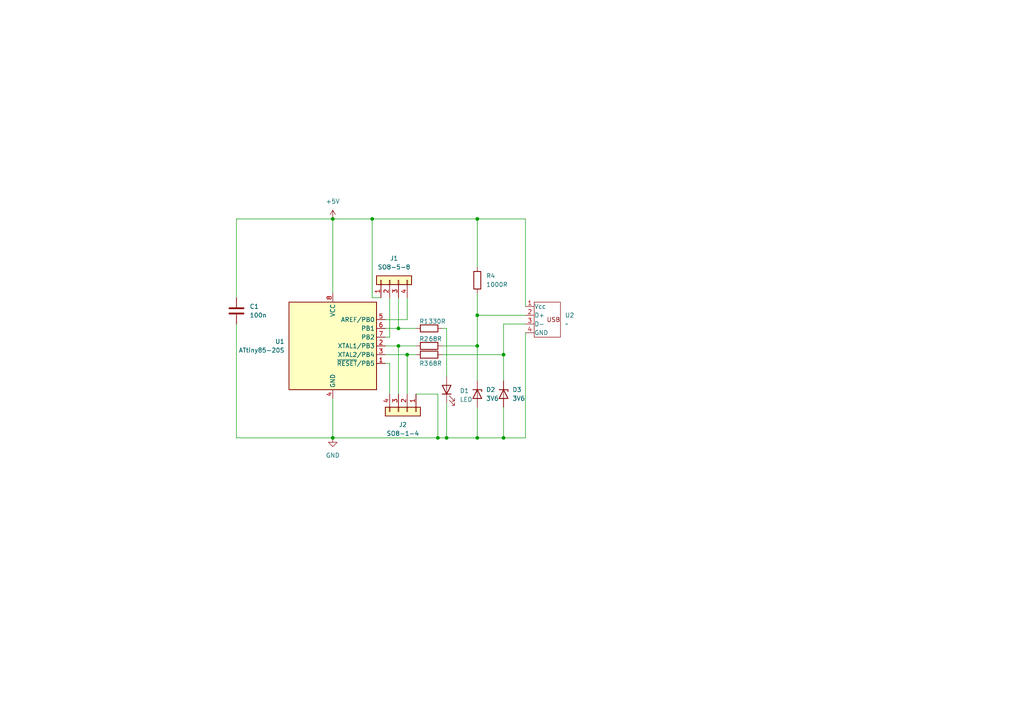
<source format=kicad_sch>
(kicad_sch
	(version 20250114)
	(generator "eeschema")
	(generator_version "9.0")
	(uuid "2e3ad931-8414-4086-b44a-ce123ccc5da8")
	(paper "A4")
	(lib_symbols
		(symbol "Connector_Generic:Conn_01x04"
			(pin_names
				(offset 1.016)
				(hide yes)
			)
			(exclude_from_sim no)
			(in_bom yes)
			(on_board yes)
			(property "Reference" "J"
				(at 0 5.08 0)
				(effects
					(font
						(size 1.27 1.27)
					)
				)
			)
			(property "Value" "Conn_01x04"
				(at 0 -7.62 0)
				(effects
					(font
						(size 1.27 1.27)
					)
				)
			)
			(property "Footprint" ""
				(at 0 0 0)
				(effects
					(font
						(size 1.27 1.27)
					)
					(hide yes)
				)
			)
			(property "Datasheet" "~"
				(at 0 0 0)
				(effects
					(font
						(size 1.27 1.27)
					)
					(hide yes)
				)
			)
			(property "Description" "Generic connector, single row, 01x04, script generated (kicad-library-utils/schlib/autogen/connector/)"
				(at 0 0 0)
				(effects
					(font
						(size 1.27 1.27)
					)
					(hide yes)
				)
			)
			(property "ki_keywords" "connector"
				(at 0 0 0)
				(effects
					(font
						(size 1.27 1.27)
					)
					(hide yes)
				)
			)
			(property "ki_fp_filters" "Connector*:*_1x??_*"
				(at 0 0 0)
				(effects
					(font
						(size 1.27 1.27)
					)
					(hide yes)
				)
			)
			(symbol "Conn_01x04_1_1"
				(rectangle
					(start -1.27 3.81)
					(end 1.27 -6.35)
					(stroke
						(width 0.254)
						(type default)
					)
					(fill
						(type background)
					)
				)
				(rectangle
					(start -1.27 2.667)
					(end 0 2.413)
					(stroke
						(width 0.1524)
						(type default)
					)
					(fill
						(type none)
					)
				)
				(rectangle
					(start -1.27 0.127)
					(end 0 -0.127)
					(stroke
						(width 0.1524)
						(type default)
					)
					(fill
						(type none)
					)
				)
				(rectangle
					(start -1.27 -2.413)
					(end 0 -2.667)
					(stroke
						(width 0.1524)
						(type default)
					)
					(fill
						(type none)
					)
				)
				(rectangle
					(start -1.27 -4.953)
					(end 0 -5.207)
					(stroke
						(width 0.1524)
						(type default)
					)
					(fill
						(type none)
					)
				)
				(pin passive line
					(at -5.08 2.54 0)
					(length 3.81)
					(name "Pin_1"
						(effects
							(font
								(size 1.27 1.27)
							)
						)
					)
					(number "1"
						(effects
							(font
								(size 1.27 1.27)
							)
						)
					)
				)
				(pin passive line
					(at -5.08 0 0)
					(length 3.81)
					(name "Pin_2"
						(effects
							(font
								(size 1.27 1.27)
							)
						)
					)
					(number "2"
						(effects
							(font
								(size 1.27 1.27)
							)
						)
					)
				)
				(pin passive line
					(at -5.08 -2.54 0)
					(length 3.81)
					(name "Pin_3"
						(effects
							(font
								(size 1.27 1.27)
							)
						)
					)
					(number "3"
						(effects
							(font
								(size 1.27 1.27)
							)
						)
					)
				)
				(pin passive line
					(at -5.08 -5.08 0)
					(length 3.81)
					(name "Pin_4"
						(effects
							(font
								(size 1.27 1.27)
							)
						)
					)
					(number "4"
						(effects
							(font
								(size 1.27 1.27)
							)
						)
					)
				)
			)
			(embedded_fonts no)
		)
		(symbol "Device:C"
			(pin_numbers
				(hide yes)
			)
			(pin_names
				(offset 0.254)
			)
			(exclude_from_sim no)
			(in_bom yes)
			(on_board yes)
			(property "Reference" "C"
				(at 0.635 2.54 0)
				(effects
					(font
						(size 1.27 1.27)
					)
					(justify left)
				)
			)
			(property "Value" "C"
				(at 0.635 -2.54 0)
				(effects
					(font
						(size 1.27 1.27)
					)
					(justify left)
				)
			)
			(property "Footprint" ""
				(at 0.9652 -3.81 0)
				(effects
					(font
						(size 1.27 1.27)
					)
					(hide yes)
				)
			)
			(property "Datasheet" "~"
				(at 0 0 0)
				(effects
					(font
						(size 1.27 1.27)
					)
					(hide yes)
				)
			)
			(property "Description" "Unpolarized capacitor"
				(at 0 0 0)
				(effects
					(font
						(size 1.27 1.27)
					)
					(hide yes)
				)
			)
			(property "ki_keywords" "cap capacitor"
				(at 0 0 0)
				(effects
					(font
						(size 1.27 1.27)
					)
					(hide yes)
				)
			)
			(property "ki_fp_filters" "C_*"
				(at 0 0 0)
				(effects
					(font
						(size 1.27 1.27)
					)
					(hide yes)
				)
			)
			(symbol "C_0_1"
				(polyline
					(pts
						(xy -2.032 0.762) (xy 2.032 0.762)
					)
					(stroke
						(width 0.508)
						(type default)
					)
					(fill
						(type none)
					)
				)
				(polyline
					(pts
						(xy -2.032 -0.762) (xy 2.032 -0.762)
					)
					(stroke
						(width 0.508)
						(type default)
					)
					(fill
						(type none)
					)
				)
			)
			(symbol "C_1_1"
				(pin passive line
					(at 0 3.81 270)
					(length 2.794)
					(name "~"
						(effects
							(font
								(size 1.27 1.27)
							)
						)
					)
					(number "1"
						(effects
							(font
								(size 1.27 1.27)
							)
						)
					)
				)
				(pin passive line
					(at 0 -3.81 90)
					(length 2.794)
					(name "~"
						(effects
							(font
								(size 1.27 1.27)
							)
						)
					)
					(number "2"
						(effects
							(font
								(size 1.27 1.27)
							)
						)
					)
				)
			)
			(embedded_fonts no)
		)
		(symbol "Device:D_Zener"
			(pin_numbers
				(hide yes)
			)
			(pin_names
				(offset 1.016)
				(hide yes)
			)
			(exclude_from_sim no)
			(in_bom yes)
			(on_board yes)
			(property "Reference" "D"
				(at 0 2.54 0)
				(effects
					(font
						(size 1.27 1.27)
					)
				)
			)
			(property "Value" "D_Zener"
				(at 0 -2.54 0)
				(effects
					(font
						(size 1.27 1.27)
					)
				)
			)
			(property "Footprint" ""
				(at 0 0 0)
				(effects
					(font
						(size 1.27 1.27)
					)
					(hide yes)
				)
			)
			(property "Datasheet" "~"
				(at 0 0 0)
				(effects
					(font
						(size 1.27 1.27)
					)
					(hide yes)
				)
			)
			(property "Description" "Zener diode"
				(at 0 0 0)
				(effects
					(font
						(size 1.27 1.27)
					)
					(hide yes)
				)
			)
			(property "ki_keywords" "diode"
				(at 0 0 0)
				(effects
					(font
						(size 1.27 1.27)
					)
					(hide yes)
				)
			)
			(property "ki_fp_filters" "TO-???* *_Diode_* *SingleDiode* D_*"
				(at 0 0 0)
				(effects
					(font
						(size 1.27 1.27)
					)
					(hide yes)
				)
			)
			(symbol "D_Zener_0_1"
				(polyline
					(pts
						(xy -1.27 -1.27) (xy -1.27 1.27) (xy -0.762 1.27)
					)
					(stroke
						(width 0.254)
						(type default)
					)
					(fill
						(type none)
					)
				)
				(polyline
					(pts
						(xy 1.27 0) (xy -1.27 0)
					)
					(stroke
						(width 0)
						(type default)
					)
					(fill
						(type none)
					)
				)
				(polyline
					(pts
						(xy 1.27 -1.27) (xy 1.27 1.27) (xy -1.27 0) (xy 1.27 -1.27)
					)
					(stroke
						(width 0.254)
						(type default)
					)
					(fill
						(type none)
					)
				)
			)
			(symbol "D_Zener_1_1"
				(pin passive line
					(at -3.81 0 0)
					(length 2.54)
					(name "K"
						(effects
							(font
								(size 1.27 1.27)
							)
						)
					)
					(number "1"
						(effects
							(font
								(size 1.27 1.27)
							)
						)
					)
				)
				(pin passive line
					(at 3.81 0 180)
					(length 2.54)
					(name "A"
						(effects
							(font
								(size 1.27 1.27)
							)
						)
					)
					(number "2"
						(effects
							(font
								(size 1.27 1.27)
							)
						)
					)
				)
			)
			(embedded_fonts no)
		)
		(symbol "Device:LED"
			(pin_numbers
				(hide yes)
			)
			(pin_names
				(offset 1.016)
				(hide yes)
			)
			(exclude_from_sim no)
			(in_bom yes)
			(on_board yes)
			(property "Reference" "D"
				(at 0 2.54 0)
				(effects
					(font
						(size 1.27 1.27)
					)
				)
			)
			(property "Value" "LED"
				(at 0 -2.54 0)
				(effects
					(font
						(size 1.27 1.27)
					)
				)
			)
			(property "Footprint" ""
				(at 0 0 0)
				(effects
					(font
						(size 1.27 1.27)
					)
					(hide yes)
				)
			)
			(property "Datasheet" "~"
				(at 0 0 0)
				(effects
					(font
						(size 1.27 1.27)
					)
					(hide yes)
				)
			)
			(property "Description" "Light emitting diode"
				(at 0 0 0)
				(effects
					(font
						(size 1.27 1.27)
					)
					(hide yes)
				)
			)
			(property "Sim.Pins" "1=K 2=A"
				(at 0 0 0)
				(effects
					(font
						(size 1.27 1.27)
					)
					(hide yes)
				)
			)
			(property "ki_keywords" "LED diode"
				(at 0 0 0)
				(effects
					(font
						(size 1.27 1.27)
					)
					(hide yes)
				)
			)
			(property "ki_fp_filters" "LED* LED_SMD:* LED_THT:*"
				(at 0 0 0)
				(effects
					(font
						(size 1.27 1.27)
					)
					(hide yes)
				)
			)
			(symbol "LED_0_1"
				(polyline
					(pts
						(xy -3.048 -0.762) (xy -4.572 -2.286) (xy -3.81 -2.286) (xy -4.572 -2.286) (xy -4.572 -1.524)
					)
					(stroke
						(width 0)
						(type default)
					)
					(fill
						(type none)
					)
				)
				(polyline
					(pts
						(xy -1.778 -0.762) (xy -3.302 -2.286) (xy -2.54 -2.286) (xy -3.302 -2.286) (xy -3.302 -1.524)
					)
					(stroke
						(width 0)
						(type default)
					)
					(fill
						(type none)
					)
				)
				(polyline
					(pts
						(xy -1.27 0) (xy 1.27 0)
					)
					(stroke
						(width 0)
						(type default)
					)
					(fill
						(type none)
					)
				)
				(polyline
					(pts
						(xy -1.27 -1.27) (xy -1.27 1.27)
					)
					(stroke
						(width 0.254)
						(type default)
					)
					(fill
						(type none)
					)
				)
				(polyline
					(pts
						(xy 1.27 -1.27) (xy 1.27 1.27) (xy -1.27 0) (xy 1.27 -1.27)
					)
					(stroke
						(width 0.254)
						(type default)
					)
					(fill
						(type none)
					)
				)
			)
			(symbol "LED_1_1"
				(pin passive line
					(at -3.81 0 0)
					(length 2.54)
					(name "K"
						(effects
							(font
								(size 1.27 1.27)
							)
						)
					)
					(number "1"
						(effects
							(font
								(size 1.27 1.27)
							)
						)
					)
				)
				(pin passive line
					(at 3.81 0 180)
					(length 2.54)
					(name "A"
						(effects
							(font
								(size 1.27 1.27)
							)
						)
					)
					(number "2"
						(effects
							(font
								(size 1.27 1.27)
							)
						)
					)
				)
			)
			(embedded_fonts no)
		)
		(symbol "Device:R"
			(pin_numbers
				(hide yes)
			)
			(pin_names
				(offset 0)
			)
			(exclude_from_sim no)
			(in_bom yes)
			(on_board yes)
			(property "Reference" "R"
				(at 2.032 0 90)
				(effects
					(font
						(size 1.27 1.27)
					)
				)
			)
			(property "Value" "R"
				(at 0 0 90)
				(effects
					(font
						(size 1.27 1.27)
					)
				)
			)
			(property "Footprint" ""
				(at -1.778 0 90)
				(effects
					(font
						(size 1.27 1.27)
					)
					(hide yes)
				)
			)
			(property "Datasheet" "~"
				(at 0 0 0)
				(effects
					(font
						(size 1.27 1.27)
					)
					(hide yes)
				)
			)
			(property "Description" "Resistor"
				(at 0 0 0)
				(effects
					(font
						(size 1.27 1.27)
					)
					(hide yes)
				)
			)
			(property "ki_keywords" "R res resistor"
				(at 0 0 0)
				(effects
					(font
						(size 1.27 1.27)
					)
					(hide yes)
				)
			)
			(property "ki_fp_filters" "R_*"
				(at 0 0 0)
				(effects
					(font
						(size 1.27 1.27)
					)
					(hide yes)
				)
			)
			(symbol "R_0_1"
				(rectangle
					(start -1.016 -2.54)
					(end 1.016 2.54)
					(stroke
						(width 0.254)
						(type default)
					)
					(fill
						(type none)
					)
				)
			)
			(symbol "R_1_1"
				(pin passive line
					(at 0 3.81 270)
					(length 1.27)
					(name "~"
						(effects
							(font
								(size 1.27 1.27)
							)
						)
					)
					(number "1"
						(effects
							(font
								(size 1.27 1.27)
							)
						)
					)
				)
				(pin passive line
					(at 0 -3.81 90)
					(length 1.27)
					(name "~"
						(effects
							(font
								(size 1.27 1.27)
							)
						)
					)
					(number "2"
						(effects
							(font
								(size 1.27 1.27)
							)
						)
					)
				)
			)
			(embedded_fonts no)
		)
		(symbol "MCU_Microchip_ATtiny:ATtiny85-20S"
			(exclude_from_sim no)
			(in_bom yes)
			(on_board yes)
			(property "Reference" "U"
				(at -12.7 13.97 0)
				(effects
					(font
						(size 1.27 1.27)
					)
					(justify left bottom)
				)
			)
			(property "Value" "ATtiny85-20S"
				(at 2.54 -13.97 0)
				(effects
					(font
						(size 1.27 1.27)
					)
					(justify left top)
				)
			)
			(property "Footprint" "Package_SO:SOIC-8_5.3x5.3mm_P1.27mm"
				(at 0 0 0)
				(effects
					(font
						(size 1.27 1.27)
						(italic yes)
					)
					(hide yes)
				)
			)
			(property "Datasheet" "http://ww1.microchip.com/downloads/en/DeviceDoc/atmel-2586-avr-8-bit-microcontroller-attiny25-attiny45-attiny85_datasheet.pdf"
				(at 0 0 0)
				(effects
					(font
						(size 1.27 1.27)
					)
					(hide yes)
				)
			)
			(property "Description" "20MHz, 8kB Flash, 512B SRAM, 512B EEPROM, debugWIRE, SOIC-8"
				(at 0 0 0)
				(effects
					(font
						(size 1.27 1.27)
					)
					(hide yes)
				)
			)
			(property "ki_keywords" "AVR 8bit Microcontroller tinyAVR"
				(at 0 0 0)
				(effects
					(font
						(size 1.27 1.27)
					)
					(hide yes)
				)
			)
			(property "ki_fp_filters" "*SOIC*5.3x5.3mm*P1.27mm*"
				(at 0 0 0)
				(effects
					(font
						(size 1.27 1.27)
					)
					(hide yes)
				)
			)
			(symbol "ATtiny85-20S_0_1"
				(rectangle
					(start -12.7 -12.7)
					(end 12.7 12.7)
					(stroke
						(width 0.254)
						(type default)
					)
					(fill
						(type background)
					)
				)
			)
			(symbol "ATtiny85-20S_1_1"
				(pin power_in line
					(at 0 15.24 270)
					(length 2.54)
					(name "VCC"
						(effects
							(font
								(size 1.27 1.27)
							)
						)
					)
					(number "8"
						(effects
							(font
								(size 1.27 1.27)
							)
						)
					)
				)
				(pin power_in line
					(at 0 -15.24 90)
					(length 2.54)
					(name "GND"
						(effects
							(font
								(size 1.27 1.27)
							)
						)
					)
					(number "4"
						(effects
							(font
								(size 1.27 1.27)
							)
						)
					)
				)
				(pin bidirectional line
					(at 15.24 7.62 180)
					(length 2.54)
					(name "AREF/PB0"
						(effects
							(font
								(size 1.27 1.27)
							)
						)
					)
					(number "5"
						(effects
							(font
								(size 1.27 1.27)
							)
						)
					)
				)
				(pin bidirectional line
					(at 15.24 5.08 180)
					(length 2.54)
					(name "PB1"
						(effects
							(font
								(size 1.27 1.27)
							)
						)
					)
					(number "6"
						(effects
							(font
								(size 1.27 1.27)
							)
						)
					)
				)
				(pin bidirectional line
					(at 15.24 2.54 180)
					(length 2.54)
					(name "PB2"
						(effects
							(font
								(size 1.27 1.27)
							)
						)
					)
					(number "7"
						(effects
							(font
								(size 1.27 1.27)
							)
						)
					)
				)
				(pin bidirectional line
					(at 15.24 0 180)
					(length 2.54)
					(name "XTAL1/PB3"
						(effects
							(font
								(size 1.27 1.27)
							)
						)
					)
					(number "2"
						(effects
							(font
								(size 1.27 1.27)
							)
						)
					)
				)
				(pin bidirectional line
					(at 15.24 -2.54 180)
					(length 2.54)
					(name "XTAL2/PB4"
						(effects
							(font
								(size 1.27 1.27)
							)
						)
					)
					(number "3"
						(effects
							(font
								(size 1.27 1.27)
							)
						)
					)
				)
				(pin bidirectional line
					(at 15.24 -5.08 180)
					(length 2.54)
					(name "~{RESET}/PB5"
						(effects
							(font
								(size 1.27 1.27)
							)
						)
					)
					(number "1"
						(effects
							(font
								(size 1.27 1.27)
							)
						)
					)
				)
			)
			(embedded_fonts no)
		)
		(symbol "USB_CONNECTOR:USB"
			(pin_names
				(offset 0.0129)
			)
			(exclude_from_sim no)
			(in_bom yes)
			(on_board yes)
			(property "Reference" "U"
				(at 0 0 0)
				(effects
					(font
						(size 1.27 1.27)
					)
				)
			)
			(property "Value" ""
				(at 0 0 0)
				(effects
					(font
						(size 1.27 1.27)
					)
				)
			)
			(property "Footprint" ""
				(at 0 0 0)
				(effects
					(font
						(size 1.27 1.27)
					)
					(hide yes)
				)
			)
			(property "Datasheet" ""
				(at 0 0 0)
				(effects
					(font
						(size 1.27 1.27)
					)
					(hide yes)
				)
			)
			(property "Description" ""
				(at 0 0 0)
				(effects
					(font
						(size 1.27 1.27)
					)
					(hide yes)
				)
			)
			(symbol "USB_0_1"
				(rectangle
					(start 2.54 5.08)
					(end 10.16 -5.08)
					(stroke
						(width 0)
						(type default)
					)
					(fill
						(type none)
					)
				)
			)
			(symbol "USB_1_1"
				(text "USB"
					(at 8.128 0 0)
					(effects
						(font
							(size 1.27 1.27)
						)
					)
				)
				(pin power_in line
					(at 0 3.81 0)
					(length 2.54)
					(name "Vcc"
						(effects
							(font
								(size 1.27 1.27)
							)
						)
					)
					(number "1"
						(effects
							(font
								(size 1.27 1.27)
							)
						)
					)
				)
				(pin bidirectional line
					(at 0 1.27 0)
					(length 2.54)
					(name "D+"
						(effects
							(font
								(size 1.27 1.27)
							)
						)
					)
					(number "2"
						(effects
							(font
								(size 1.27 1.27)
							)
						)
					)
				)
				(pin bidirectional line
					(at 0 -1.27 0)
					(length 2.54)
					(name "D-"
						(effects
							(font
								(size 1.27 1.27)
							)
						)
					)
					(number "3"
						(effects
							(font
								(size 1.27 1.27)
							)
						)
					)
				)
				(pin power_in line
					(at 0 -3.81 0)
					(length 2.54)
					(name "GND"
						(effects
							(font
								(size 1.27 1.27)
							)
						)
					)
					(number "4"
						(effects
							(font
								(size 1.27 1.27)
							)
						)
					)
				)
			)
			(embedded_fonts no)
		)
		(symbol "power:+5V"
			(power)
			(pin_numbers
				(hide yes)
			)
			(pin_names
				(offset 0)
				(hide yes)
			)
			(exclude_from_sim no)
			(in_bom yes)
			(on_board yes)
			(property "Reference" "#PWR"
				(at 0 -3.81 0)
				(effects
					(font
						(size 1.27 1.27)
					)
					(hide yes)
				)
			)
			(property "Value" "+5V"
				(at 0 3.556 0)
				(effects
					(font
						(size 1.27 1.27)
					)
				)
			)
			(property "Footprint" ""
				(at 0 0 0)
				(effects
					(font
						(size 1.27 1.27)
					)
					(hide yes)
				)
			)
			(property "Datasheet" ""
				(at 0 0 0)
				(effects
					(font
						(size 1.27 1.27)
					)
					(hide yes)
				)
			)
			(property "Description" "Power symbol creates a global label with name \"+5V\""
				(at 0 0 0)
				(effects
					(font
						(size 1.27 1.27)
					)
					(hide yes)
				)
			)
			(property "ki_keywords" "global power"
				(at 0 0 0)
				(effects
					(font
						(size 1.27 1.27)
					)
					(hide yes)
				)
			)
			(symbol "+5V_0_1"
				(polyline
					(pts
						(xy -0.762 1.27) (xy 0 2.54)
					)
					(stroke
						(width 0)
						(type default)
					)
					(fill
						(type none)
					)
				)
				(polyline
					(pts
						(xy 0 2.54) (xy 0.762 1.27)
					)
					(stroke
						(width 0)
						(type default)
					)
					(fill
						(type none)
					)
				)
				(polyline
					(pts
						(xy 0 0) (xy 0 2.54)
					)
					(stroke
						(width 0)
						(type default)
					)
					(fill
						(type none)
					)
				)
			)
			(symbol "+5V_1_1"
				(pin power_in line
					(at 0 0 90)
					(length 0)
					(name "~"
						(effects
							(font
								(size 1.27 1.27)
							)
						)
					)
					(number "1"
						(effects
							(font
								(size 1.27 1.27)
							)
						)
					)
				)
			)
			(embedded_fonts no)
		)
		(symbol "power:GND"
			(power)
			(pin_numbers
				(hide yes)
			)
			(pin_names
				(offset 0)
				(hide yes)
			)
			(exclude_from_sim no)
			(in_bom yes)
			(on_board yes)
			(property "Reference" "#PWR"
				(at 0 -6.35 0)
				(effects
					(font
						(size 1.27 1.27)
					)
					(hide yes)
				)
			)
			(property "Value" "GND"
				(at 0 -3.81 0)
				(effects
					(font
						(size 1.27 1.27)
					)
				)
			)
			(property "Footprint" ""
				(at 0 0 0)
				(effects
					(font
						(size 1.27 1.27)
					)
					(hide yes)
				)
			)
			(property "Datasheet" ""
				(at 0 0 0)
				(effects
					(font
						(size 1.27 1.27)
					)
					(hide yes)
				)
			)
			(property "Description" "Power symbol creates a global label with name \"GND\" , ground"
				(at 0 0 0)
				(effects
					(font
						(size 1.27 1.27)
					)
					(hide yes)
				)
			)
			(property "ki_keywords" "global power"
				(at 0 0 0)
				(effects
					(font
						(size 1.27 1.27)
					)
					(hide yes)
				)
			)
			(symbol "GND_0_1"
				(polyline
					(pts
						(xy 0 0) (xy 0 -1.27) (xy 1.27 -1.27) (xy 0 -2.54) (xy -1.27 -1.27) (xy 0 -1.27)
					)
					(stroke
						(width 0)
						(type default)
					)
					(fill
						(type none)
					)
				)
			)
			(symbol "GND_1_1"
				(pin power_in line
					(at 0 0 270)
					(length 0)
					(name "~"
						(effects
							(font
								(size 1.27 1.27)
							)
						)
					)
					(number "1"
						(effects
							(font
								(size 1.27 1.27)
							)
						)
					)
				)
			)
			(embedded_fonts no)
		)
	)
	(junction
		(at 107.95 63.5)
		(diameter 0)
		(color 0 0 0 0)
		(uuid "17bb7959-a933-4dee-9ff4-0d265fba1c4d")
	)
	(junction
		(at 146.05 102.87)
		(diameter 0)
		(color 0 0 0 0)
		(uuid "1ae66e75-6a66-4125-a758-daac20b85dc6")
	)
	(junction
		(at 127 127)
		(diameter 0)
		(color 0 0 0 0)
		(uuid "1e9fae01-cf20-4a49-b6eb-4b37f1e2c39d")
	)
	(junction
		(at 96.52 127)
		(diameter 0)
		(color 0 0 0 0)
		(uuid "2cbc3b00-5c07-4dfd-bbb9-17972e322b17")
	)
	(junction
		(at 146.05 127)
		(diameter 0)
		(color 0 0 0 0)
		(uuid "51594e6f-bb40-433e-8bb6-cc029195b1ed")
	)
	(junction
		(at 138.43 127)
		(diameter 0)
		(color 0 0 0 0)
		(uuid "67a4fa97-f68a-46cb-a9bc-1225348f9096")
	)
	(junction
		(at 115.57 100.33)
		(diameter 0)
		(color 0 0 0 0)
		(uuid "752a074a-39e7-48fd-81c4-ffa00ee85a74")
	)
	(junction
		(at 115.57 95.25)
		(diameter 0)
		(color 0 0 0 0)
		(uuid "8cd91443-53fc-4d97-aacd-7ee09684eca0")
	)
	(junction
		(at 96.52 63.5)
		(diameter 0)
		(color 0 0 0 0)
		(uuid "9bf77144-fadd-4684-a531-06fdf49f9d2f")
	)
	(junction
		(at 129.54 127)
		(diameter 0)
		(color 0 0 0 0)
		(uuid "a1a86f62-336a-457f-94d6-028c2ee95247")
	)
	(junction
		(at 138.43 91.44)
		(diameter 0)
		(color 0 0 0 0)
		(uuid "b78283ba-655a-417b-8042-9ffecfd63242")
	)
	(junction
		(at 138.43 63.5)
		(diameter 0)
		(color 0 0 0 0)
		(uuid "c737a174-a813-4576-b4ae-001e50976ab9")
	)
	(junction
		(at 118.11 102.87)
		(diameter 0)
		(color 0 0 0 0)
		(uuid "f1fc606d-86dd-4032-afa3-42b6bd3669c5")
	)
	(junction
		(at 138.43 100.33)
		(diameter 0)
		(color 0 0 0 0)
		(uuid "f3b30345-82c1-44fd-b235-f1d107dbcdc8")
	)
	(wire
		(pts
			(xy 120.65 114.3) (xy 127 114.3)
		)
		(stroke
			(width 0)
			(type default)
		)
		(uuid "011351be-893f-451e-8e43-1d9647f8e396")
	)
	(wire
		(pts
			(xy 128.27 100.33) (xy 138.43 100.33)
		)
		(stroke
			(width 0)
			(type default)
		)
		(uuid "06035d50-9518-4b41-b814-cae4195fc76c")
	)
	(wire
		(pts
			(xy 152.4 63.5) (xy 138.43 63.5)
		)
		(stroke
			(width 0)
			(type default)
		)
		(uuid "075e8134-59b8-44e2-a8e7-77d36517e380")
	)
	(wire
		(pts
			(xy 152.4 88.9) (xy 152.4 63.5)
		)
		(stroke
			(width 0)
			(type default)
		)
		(uuid "0fa9fc64-4889-4279-9119-329f00a4ebe1")
	)
	(wire
		(pts
			(xy 113.03 105.41) (xy 111.76 105.41)
		)
		(stroke
			(width 0)
			(type default)
		)
		(uuid "10067574-a7a3-4c57-ac67-b84fd0c4e713")
	)
	(wire
		(pts
			(xy 152.4 96.52) (xy 152.4 127)
		)
		(stroke
			(width 0)
			(type default)
		)
		(uuid "24ccae66-e353-4fa3-94f0-11ed4e337df9")
	)
	(wire
		(pts
			(xy 127 127) (xy 129.54 127)
		)
		(stroke
			(width 0)
			(type default)
		)
		(uuid "36e0ca3b-0a3c-48c9-96ef-1bfbd272d1b2")
	)
	(wire
		(pts
			(xy 146.05 110.49) (xy 146.05 102.87)
		)
		(stroke
			(width 0)
			(type default)
		)
		(uuid "3753abcf-b6bf-4322-bd59-bdc6096d85de")
	)
	(wire
		(pts
			(xy 68.58 86.36) (xy 68.58 63.5)
		)
		(stroke
			(width 0)
			(type default)
		)
		(uuid "4affc810-ac96-47f3-9269-44a9c9a062f0")
	)
	(wire
		(pts
			(xy 68.58 63.5) (xy 96.52 63.5)
		)
		(stroke
			(width 0)
			(type default)
		)
		(uuid "507c78d0-3829-4212-89e9-fd65df1d6c9d")
	)
	(wire
		(pts
			(xy 113.03 86.36) (xy 113.03 97.79)
		)
		(stroke
			(width 0)
			(type default)
		)
		(uuid "51bec101-559f-4417-bfb1-42f3e6caad80")
	)
	(wire
		(pts
			(xy 146.05 118.11) (xy 146.05 127)
		)
		(stroke
			(width 0)
			(type default)
		)
		(uuid "5dad03ef-0acc-47e4-a2ad-b228e3f47ce8")
	)
	(wire
		(pts
			(xy 115.57 95.25) (xy 111.76 95.25)
		)
		(stroke
			(width 0)
			(type default)
		)
		(uuid "64348843-515b-426a-a3ad-ec419366f74a")
	)
	(wire
		(pts
			(xy 118.11 86.36) (xy 118.11 92.71)
		)
		(stroke
			(width 0)
			(type default)
		)
		(uuid "696c2080-a903-4d24-bb15-5b2b628ebd92")
	)
	(wire
		(pts
			(xy 118.11 102.87) (xy 120.65 102.87)
		)
		(stroke
			(width 0)
			(type default)
		)
		(uuid "717112bc-2f69-4b18-b623-c23f3b3ba69c")
	)
	(wire
		(pts
			(xy 115.57 86.36) (xy 115.57 95.25)
		)
		(stroke
			(width 0)
			(type default)
		)
		(uuid "75bb81b3-e381-4588-9fc0-035e805d473d")
	)
	(wire
		(pts
			(xy 118.11 102.87) (xy 111.76 102.87)
		)
		(stroke
			(width 0)
			(type default)
		)
		(uuid "7f7b2160-f634-4905-a5c0-3ff37b8b352c")
	)
	(wire
		(pts
			(xy 152.4 127) (xy 146.05 127)
		)
		(stroke
			(width 0)
			(type default)
		)
		(uuid "88cb3063-ec07-4dd7-b588-98637f6e0b89")
	)
	(wire
		(pts
			(xy 96.52 115.57) (xy 96.52 127)
		)
		(stroke
			(width 0)
			(type default)
		)
		(uuid "8932ee7c-f78b-4188-8c2b-9aa3af24c6b5")
	)
	(wire
		(pts
			(xy 115.57 114.3) (xy 115.57 100.33)
		)
		(stroke
			(width 0)
			(type default)
		)
		(uuid "89ddff73-590f-47dc-9a77-dfaf4cb22d6c")
	)
	(wire
		(pts
			(xy 107.95 63.5) (xy 138.43 63.5)
		)
		(stroke
			(width 0)
			(type default)
		)
		(uuid "8d6267f6-5950-4013-a8b6-1e91d83bac54")
	)
	(wire
		(pts
			(xy 68.58 93.98) (xy 68.58 127)
		)
		(stroke
			(width 0)
			(type default)
		)
		(uuid "8fdf6c53-88b7-41e4-8436-e4ba6fdbde34")
	)
	(wire
		(pts
			(xy 138.43 63.5) (xy 138.43 77.47)
		)
		(stroke
			(width 0)
			(type default)
		)
		(uuid "97f0dcd3-2fa7-40a1-839b-a5a78b70a0b2")
	)
	(wire
		(pts
			(xy 68.58 127) (xy 96.52 127)
		)
		(stroke
			(width 0)
			(type default)
		)
		(uuid "9b4f9264-f6b5-462a-b67f-5be40224539e")
	)
	(wire
		(pts
			(xy 118.11 92.71) (xy 111.76 92.71)
		)
		(stroke
			(width 0)
			(type default)
		)
		(uuid "a13c4744-a782-44eb-8c22-120358877587")
	)
	(wire
		(pts
			(xy 129.54 127) (xy 138.43 127)
		)
		(stroke
			(width 0)
			(type default)
		)
		(uuid "a3b1b455-c7c5-406c-99b8-59928c922b6c")
	)
	(wire
		(pts
			(xy 138.43 85.09) (xy 138.43 91.44)
		)
		(stroke
			(width 0)
			(type default)
		)
		(uuid "a71957cd-f20d-4d71-a2f9-9907e53cf39e")
	)
	(wire
		(pts
			(xy 138.43 118.11) (xy 138.43 127)
		)
		(stroke
			(width 0)
			(type default)
		)
		(uuid "a8bbcde8-3a64-48da-8edd-613ec77fefc9")
	)
	(wire
		(pts
			(xy 152.4 93.98) (xy 146.05 93.98)
		)
		(stroke
			(width 0)
			(type default)
		)
		(uuid "afca8faf-4c71-4e07-9544-3e5882e76bb6")
	)
	(wire
		(pts
			(xy 115.57 100.33) (xy 111.76 100.33)
		)
		(stroke
			(width 0)
			(type default)
		)
		(uuid "b17fb3a4-7167-4850-aebf-3b757671d562")
	)
	(wire
		(pts
			(xy 113.03 97.79) (xy 111.76 97.79)
		)
		(stroke
			(width 0)
			(type default)
		)
		(uuid "b71f0a46-abe6-4594-abeb-23715b94d92b")
	)
	(wire
		(pts
			(xy 96.52 63.5) (xy 107.95 63.5)
		)
		(stroke
			(width 0)
			(type default)
		)
		(uuid "ba53f232-1dcd-4359-a3c5-90f30f89719e")
	)
	(wire
		(pts
			(xy 129.54 116.84) (xy 129.54 127)
		)
		(stroke
			(width 0)
			(type default)
		)
		(uuid "bb0edf56-dc02-4259-be1b-ecc5803b080f")
	)
	(wire
		(pts
			(xy 129.54 95.25) (xy 129.54 109.22)
		)
		(stroke
			(width 0)
			(type default)
		)
		(uuid "c462ba8c-76ef-4efd-a5a3-0f6eb3737cb9")
	)
	(wire
		(pts
			(xy 110.49 86.36) (xy 107.95 86.36)
		)
		(stroke
			(width 0)
			(type default)
		)
		(uuid "c6929811-3009-4324-8376-b8edce63ecb7")
	)
	(wire
		(pts
			(xy 96.52 85.09) (xy 96.52 63.5)
		)
		(stroke
			(width 0)
			(type default)
		)
		(uuid "ca743a8e-4ff7-44b3-88fa-664bbd4166e8")
	)
	(wire
		(pts
			(xy 146.05 127) (xy 138.43 127)
		)
		(stroke
			(width 0)
			(type default)
		)
		(uuid "cc857e2f-3edf-4974-bd41-45cafb9b3005")
	)
	(wire
		(pts
			(xy 115.57 100.33) (xy 120.65 100.33)
		)
		(stroke
			(width 0)
			(type default)
		)
		(uuid "d4933469-d23c-4da4-bc10-2d5df6b181cb")
	)
	(wire
		(pts
			(xy 113.03 114.3) (xy 113.03 105.41)
		)
		(stroke
			(width 0)
			(type default)
		)
		(uuid "e3c8b947-2530-4a5c-b79f-6c41e5642136")
	)
	(wire
		(pts
			(xy 127 114.3) (xy 127 127)
		)
		(stroke
			(width 0)
			(type default)
		)
		(uuid "e428a7ce-f225-43f6-964b-e0c1fbe64934")
	)
	(wire
		(pts
			(xy 128.27 95.25) (xy 129.54 95.25)
		)
		(stroke
			(width 0)
			(type default)
		)
		(uuid "e61eb5ec-9bda-409c-a0ff-af939d6d8bfe")
	)
	(wire
		(pts
			(xy 146.05 102.87) (xy 128.27 102.87)
		)
		(stroke
			(width 0)
			(type default)
		)
		(uuid "e7f22127-9e1b-453d-ae97-d4614333d8e2")
	)
	(wire
		(pts
			(xy 115.57 95.25) (xy 120.65 95.25)
		)
		(stroke
			(width 0)
			(type default)
		)
		(uuid "ef2df7db-00ce-49b4-b62e-1e66d0323c89")
	)
	(wire
		(pts
			(xy 96.52 127) (xy 127 127)
		)
		(stroke
			(width 0)
			(type default)
		)
		(uuid "ef5972a3-63c1-42e7-b58c-e274ae0d5544")
	)
	(wire
		(pts
			(xy 146.05 93.98) (xy 146.05 102.87)
		)
		(stroke
			(width 0)
			(type default)
		)
		(uuid "f3050c4c-5fb1-48e9-8440-28946a1a1822")
	)
	(wire
		(pts
			(xy 138.43 91.44) (xy 138.43 100.33)
		)
		(stroke
			(width 0)
			(type default)
		)
		(uuid "f4455d4d-b978-4c0f-ac70-c5521fdee53e")
	)
	(wire
		(pts
			(xy 107.95 86.36) (xy 107.95 63.5)
		)
		(stroke
			(width 0)
			(type default)
		)
		(uuid "f775355a-8d9c-434e-80fd-caea74426e58")
	)
	(wire
		(pts
			(xy 138.43 91.44) (xy 152.4 91.44)
		)
		(stroke
			(width 0)
			(type default)
		)
		(uuid "f943360c-0583-404e-ae19-ede8605894d2")
	)
	(wire
		(pts
			(xy 138.43 100.33) (xy 138.43 110.49)
		)
		(stroke
			(width 0)
			(type default)
		)
		(uuid "f9be6939-b7a8-4b3f-8bec-ec03a98eec90")
	)
	(wire
		(pts
			(xy 118.11 114.3) (xy 118.11 102.87)
		)
		(stroke
			(width 0)
			(type default)
		)
		(uuid "fdbb0a02-76ad-4078-9ec0-3534146f4e83")
	)
	(symbol
		(lib_id "Device:R")
		(at 124.46 100.33 90)
		(unit 1)
		(exclude_from_sim no)
		(in_bom yes)
		(on_board yes)
		(dnp no)
		(uuid "01508fe4-ef80-4ce3-9862-be98d1c5cb71")
		(property "Reference" "R2"
			(at 122.936 98.298 90)
			(effects
				(font
					(size 1.27 1.27)
				)
			)
		)
		(property "Value" "68R"
			(at 126.238 98.298 90)
			(effects
				(font
					(size 1.27 1.27)
				)
			)
		)
		(property "Footprint" "Resistor_SMD:R_0603_1608Metric"
			(at 124.46 102.108 90)
			(effects
				(font
					(size 1.27 1.27)
				)
				(hide yes)
			)
		)
		(property "Datasheet" "~"
			(at 124.46 100.33 0)
			(effects
				(font
					(size 1.27 1.27)
				)
				(hide yes)
			)
		)
		(property "Description" "Resistor"
			(at 124.46 100.33 0)
			(effects
				(font
					(size 1.27 1.27)
				)
				(hide yes)
			)
		)
		(pin "1"
			(uuid "049b8523-d5c4-4be7-b502-05022f359a85")
		)
		(pin "2"
			(uuid "586830e7-8047-4223-b04d-6c1eedf750c9")
		)
		(instances
			(project "USB"
				(path "/2e3ad931-8414-4086-b44a-ce123ccc5da8"
					(reference "R2")
					(unit 1)
				)
			)
		)
	)
	(symbol
		(lib_id "Device:D_Zener")
		(at 146.05 114.3 270)
		(unit 1)
		(exclude_from_sim no)
		(in_bom yes)
		(on_board yes)
		(dnp no)
		(fields_autoplaced yes)
		(uuid "146a8ab4-c916-4110-925a-ca16974239b2")
		(property "Reference" "D3"
			(at 148.59 113.0299 90)
			(effects
				(font
					(size 1.27 1.27)
				)
				(justify left)
			)
		)
		(property "Value" "3V6"
			(at 148.59 115.5699 90)
			(effects
				(font
					(size 1.27 1.27)
				)
				(justify left)
			)
		)
		(property "Footprint" "Diode_SMD:D_SOD-123"
			(at 146.05 114.3 0)
			(effects
				(font
					(size 1.27 1.27)
				)
				(hide yes)
			)
		)
		(property "Datasheet" "~"
			(at 146.05 114.3 0)
			(effects
				(font
					(size 1.27 1.27)
				)
				(hide yes)
			)
		)
		(property "Description" "Zener diode"
			(at 146.05 114.3 0)
			(effects
				(font
					(size 1.27 1.27)
				)
				(hide yes)
			)
		)
		(pin "1"
			(uuid "ac65144f-8676-46bd-a06b-4dd6bb1b7936")
		)
		(pin "2"
			(uuid "ce6eaf90-7fb7-497d-9d8e-e8ba70f0a543")
		)
		(instances
			(project ""
				(path "/2e3ad931-8414-4086-b44a-ce123ccc5da8"
					(reference "D3")
					(unit 1)
				)
			)
		)
	)
	(symbol
		(lib_id "Device:R")
		(at 124.46 95.25 90)
		(unit 1)
		(exclude_from_sim no)
		(in_bom yes)
		(on_board yes)
		(dnp no)
		(uuid "1cdc3b79-f54a-43d0-a4a4-5ae922f492d5")
		(property "Reference" "R1"
			(at 122.936 93.218 90)
			(effects
				(font
					(size 1.27 1.27)
				)
			)
		)
		(property "Value" "330R"
			(at 126.746 93.218 90)
			(effects
				(font
					(size 1.27 1.27)
				)
			)
		)
		(property "Footprint" "Resistor_SMD:R_0603_1608Metric"
			(at 124.46 97.028 90)
			(effects
				(font
					(size 1.27 1.27)
				)
				(hide yes)
			)
		)
		(property "Datasheet" "~"
			(at 124.46 95.25 0)
			(effects
				(font
					(size 1.27 1.27)
				)
				(hide yes)
			)
		)
		(property "Description" "Resistor"
			(at 124.46 95.25 0)
			(effects
				(font
					(size 1.27 1.27)
				)
				(hide yes)
			)
		)
		(pin "1"
			(uuid "0e647aaf-81dc-49d7-a243-77300f65dd2b")
		)
		(pin "2"
			(uuid "6e7b21fe-2fc8-4f89-bfb7-0935de5eaa8c")
		)
		(instances
			(project ""
				(path "/2e3ad931-8414-4086-b44a-ce123ccc5da8"
					(reference "R1")
					(unit 1)
				)
			)
		)
	)
	(symbol
		(lib_id "USB_CONNECTOR:USB")
		(at 152.4 92.71 0)
		(unit 1)
		(exclude_from_sim no)
		(in_bom yes)
		(on_board yes)
		(dnp no)
		(fields_autoplaced yes)
		(uuid "2d9bf5e6-2d89-4a2a-bd51-a61d2c658925")
		(property "Reference" "U2"
			(at 163.83 91.4399 0)
			(effects
				(font
					(size 1.27 1.27)
				)
				(justify left)
			)
		)
		(property "Value" "~"
			(at 163.83 93.9799 0)
			(effects
				(font
					(size 1.27 1.27)
				)
				(justify left)
			)
		)
		(property "Footprint" "Connector_USB:USB"
			(at 152.4 92.71 0)
			(effects
				(font
					(size 1.27 1.27)
				)
				(hide yes)
			)
		)
		(property "Datasheet" ""
			(at 152.4 92.71 0)
			(effects
				(font
					(size 1.27 1.27)
				)
				(hide yes)
			)
		)
		(property "Description" ""
			(at 152.4 92.71 0)
			(effects
				(font
					(size 1.27 1.27)
				)
				(hide yes)
			)
		)
		(pin "4"
			(uuid "c99c08e2-a1cb-4745-b514-fd9fb2e9a04f")
		)
		(pin "1"
			(uuid "6f46bcd1-753e-49ee-849a-640ff35a322d")
		)
		(pin "2"
			(uuid "beb6a7f7-25a6-4a44-b873-f6744ae0ca7c")
		)
		(pin "3"
			(uuid "7404a637-7324-4d2e-b15c-24051364eb20")
		)
		(instances
			(project ""
				(path "/2e3ad931-8414-4086-b44a-ce123ccc5da8"
					(reference "U2")
					(unit 1)
				)
			)
		)
	)
	(symbol
		(lib_id "Device:LED")
		(at 129.54 113.03 90)
		(unit 1)
		(exclude_from_sim no)
		(in_bom yes)
		(on_board yes)
		(dnp no)
		(fields_autoplaced yes)
		(uuid "5013280a-3135-4d5d-b009-0ac7489e623c")
		(property "Reference" "D1"
			(at 133.35 113.3474 90)
			(effects
				(font
					(size 1.27 1.27)
				)
				(justify right)
			)
		)
		(property "Value" "LED"
			(at 133.35 115.8874 90)
			(effects
				(font
					(size 1.27 1.27)
				)
				(justify right)
			)
		)
		(property "Footprint" "LED_SMD:LED_0603_1608Metric"
			(at 129.54 113.03 0)
			(effects
				(font
					(size 1.27 1.27)
				)
				(hide yes)
			)
		)
		(property "Datasheet" "~"
			(at 129.54 113.03 0)
			(effects
				(font
					(size 1.27 1.27)
				)
				(hide yes)
			)
		)
		(property "Description" "Light emitting diode"
			(at 129.54 113.03 0)
			(effects
				(font
					(size 1.27 1.27)
				)
				(hide yes)
			)
		)
		(property "Sim.Pins" "1=K 2=A"
			(at 129.54 113.03 0)
			(effects
				(font
					(size 1.27 1.27)
				)
				(hide yes)
			)
		)
		(pin "1"
			(uuid "d9d52380-e268-4d46-8541-43ed3893822c")
		)
		(pin "2"
			(uuid "418969da-6c80-4b0b-a9e1-022b0f6d7d1a")
		)
		(instances
			(project ""
				(path "/2e3ad931-8414-4086-b44a-ce123ccc5da8"
					(reference "D1")
					(unit 1)
				)
			)
		)
	)
	(symbol
		(lib_id "Connector_Generic:Conn_01x04")
		(at 118.11 119.38 270)
		(unit 1)
		(exclude_from_sim no)
		(in_bom yes)
		(on_board yes)
		(dnp no)
		(fields_autoplaced yes)
		(uuid "5caf4df2-2b83-4879-aada-c678e5500547")
		(property "Reference" "J2"
			(at 116.84 123.19 90)
			(effects
				(font
					(size 1.27 1.27)
				)
			)
		)
		(property "Value" "SO8-1-4"
			(at 116.84 125.73 90)
			(effects
				(font
					(size 1.27 1.27)
				)
			)
		)
		(property "Footprint" "Connector_PinHeader_2.54mm:PinHeader_1x04_P2.54mm_Horizontal"
			(at 118.11 119.38 0)
			(effects
				(font
					(size 1.27 1.27)
				)
				(hide yes)
			)
		)
		(property "Datasheet" "~"
			(at 118.11 119.38 0)
			(effects
				(font
					(size 1.27 1.27)
				)
				(hide yes)
			)
		)
		(property "Description" "Generic connector, single row, 01x04, script generated (kicad-library-utils/schlib/autogen/connector/)"
			(at 118.11 119.38 0)
			(effects
				(font
					(size 1.27 1.27)
				)
				(hide yes)
			)
		)
		(pin "4"
			(uuid "efee398f-a1c6-4efb-b863-deb781982bfa")
		)
		(pin "2"
			(uuid "f6d316f7-758c-42c1-854d-43dbd305b9fb")
		)
		(pin "3"
			(uuid "5c10ef4b-f44c-4f65-ad00-d2f98103eee6")
		)
		(pin "1"
			(uuid "5e0a518e-39f7-4157-884e-770270b2f715")
		)
		(instances
			(project "USB"
				(path "/2e3ad931-8414-4086-b44a-ce123ccc5da8"
					(reference "J2")
					(unit 1)
				)
			)
		)
	)
	(symbol
		(lib_id "Device:R")
		(at 124.46 102.87 90)
		(unit 1)
		(exclude_from_sim no)
		(in_bom yes)
		(on_board yes)
		(dnp no)
		(uuid "6801990a-ca03-4e68-b523-82fd46413fc6")
		(property "Reference" "R3"
			(at 122.936 105.41 90)
			(effects
				(font
					(size 1.27 1.27)
				)
			)
		)
		(property "Value" "68R"
			(at 126.238 105.41 90)
			(effects
				(font
					(size 1.27 1.27)
				)
			)
		)
		(property "Footprint" "Resistor_SMD:R_0603_1608Metric"
			(at 124.46 104.648 90)
			(effects
				(font
					(size 1.27 1.27)
				)
				(hide yes)
			)
		)
		(property "Datasheet" "~"
			(at 124.46 102.87 0)
			(effects
				(font
					(size 1.27 1.27)
				)
				(hide yes)
			)
		)
		(property "Description" "Resistor"
			(at 124.46 102.87 0)
			(effects
				(font
					(size 1.27 1.27)
				)
				(hide yes)
			)
		)
		(pin "1"
			(uuid "5f41a421-1764-4c49-b683-27cf5182090b")
		)
		(pin "2"
			(uuid "0595c80e-1405-498e-8c5b-cd34604896e7")
		)
		(instances
			(project "USB"
				(path "/2e3ad931-8414-4086-b44a-ce123ccc5da8"
					(reference "R3")
					(unit 1)
				)
			)
		)
	)
	(symbol
		(lib_id "power:+5V")
		(at 96.52 63.5 0)
		(unit 1)
		(exclude_from_sim no)
		(in_bom yes)
		(on_board yes)
		(dnp no)
		(fields_autoplaced yes)
		(uuid "add11991-9286-4a54-8286-01248da50d70")
		(property "Reference" "#PWR01"
			(at 96.52 67.31 0)
			(effects
				(font
					(size 1.27 1.27)
				)
				(hide yes)
			)
		)
		(property "Value" "+5V"
			(at 96.52 58.42 0)
			(effects
				(font
					(size 1.27 1.27)
				)
			)
		)
		(property "Footprint" ""
			(at 96.52 63.5 0)
			(effects
				(font
					(size 1.27 1.27)
				)
				(hide yes)
			)
		)
		(property "Datasheet" ""
			(at 96.52 63.5 0)
			(effects
				(font
					(size 1.27 1.27)
				)
				(hide yes)
			)
		)
		(property "Description" "Power symbol creates a global label with name \"+5V\""
			(at 96.52 63.5 0)
			(effects
				(font
					(size 1.27 1.27)
				)
				(hide yes)
			)
		)
		(pin "1"
			(uuid "5a5b5540-0f77-4f75-a1de-be100e3966b3")
		)
		(instances
			(project ""
				(path "/2e3ad931-8414-4086-b44a-ce123ccc5da8"
					(reference "#PWR01")
					(unit 1)
				)
			)
		)
	)
	(symbol
		(lib_id "MCU_Microchip_ATtiny:ATtiny85-20S")
		(at 96.52 100.33 0)
		(unit 1)
		(exclude_from_sim no)
		(in_bom yes)
		(on_board yes)
		(dnp no)
		(fields_autoplaced yes)
		(uuid "c2ef40f3-15d7-4fe5-8d4f-bb5747b3163b")
		(property "Reference" "U1"
			(at 82.55 99.0599 0)
			(effects
				(font
					(size 1.27 1.27)
				)
				(justify right)
			)
		)
		(property "Value" "ATtiny85-20S"
			(at 82.55 101.5999 0)
			(effects
				(font
					(size 1.27 1.27)
				)
				(justify right)
			)
		)
		(property "Footprint" "Package_SO:SOIC-8_5.3x5.3mm_P1.27mm"
			(at 96.52 100.33 0)
			(effects
				(font
					(size 1.27 1.27)
					(italic yes)
				)
				(hide yes)
			)
		)
		(property "Datasheet" "http://ww1.microchip.com/downloads/en/DeviceDoc/atmel-2586-avr-8-bit-microcontroller-attiny25-attiny45-attiny85_datasheet.pdf"
			(at 96.52 100.33 0)
			(effects
				(font
					(size 1.27 1.27)
				)
				(hide yes)
			)
		)
		(property "Description" "20MHz, 8kB Flash, 512B SRAM, 512B EEPROM, debugWIRE, SOIC-8"
			(at 96.52 100.33 0)
			(effects
				(font
					(size 1.27 1.27)
				)
				(hide yes)
			)
		)
		(pin "8"
			(uuid "a7134ab1-073e-4dd0-bd6e-7295511414d9")
		)
		(pin "2"
			(uuid "f67e299a-9521-434e-ae48-7039ebdebcb5")
		)
		(pin "4"
			(uuid "0b87ad40-7379-41e1-b73d-7cc5d3e6a3d9")
		)
		(pin "1"
			(uuid "21e5b507-0d9c-4553-9162-59c5a6a2b0a0")
		)
		(pin "5"
			(uuid "bff94241-b00a-4d73-af99-df7d45749313")
		)
		(pin "6"
			(uuid "c3db7326-cf2f-48e6-b60d-9950b408828d")
		)
		(pin "7"
			(uuid "6d1ef964-2d1a-4da9-a0bf-4d89dad74615")
		)
		(pin "3"
			(uuid "b76007aa-9e9d-4e44-b5d5-c60981288e95")
		)
		(instances
			(project ""
				(path "/2e3ad931-8414-4086-b44a-ce123ccc5da8"
					(reference "U1")
					(unit 1)
				)
			)
		)
	)
	(symbol
		(lib_id "power:GND")
		(at 96.52 127 0)
		(unit 1)
		(exclude_from_sim no)
		(in_bom yes)
		(on_board yes)
		(dnp no)
		(fields_autoplaced yes)
		(uuid "dc16f906-5d39-41fb-9fdf-21df966882c8")
		(property "Reference" "#PWR02"
			(at 96.52 133.35 0)
			(effects
				(font
					(size 1.27 1.27)
				)
				(hide yes)
			)
		)
		(property "Value" "GND"
			(at 96.52 132.08 0)
			(effects
				(font
					(size 1.27 1.27)
				)
			)
		)
		(property "Footprint" ""
			(at 96.52 127 0)
			(effects
				(font
					(size 1.27 1.27)
				)
				(hide yes)
			)
		)
		(property "Datasheet" ""
			(at 96.52 127 0)
			(effects
				(font
					(size 1.27 1.27)
				)
				(hide yes)
			)
		)
		(property "Description" "Power symbol creates a global label with name \"GND\" , ground"
			(at 96.52 127 0)
			(effects
				(font
					(size 1.27 1.27)
				)
				(hide yes)
			)
		)
		(pin "1"
			(uuid "c2a23230-d1b0-4b4a-84b2-c5de5db14c1c")
		)
		(instances
			(project ""
				(path "/2e3ad931-8414-4086-b44a-ce123ccc5da8"
					(reference "#PWR02")
					(unit 1)
				)
			)
		)
	)
	(symbol
		(lib_id "Device:R")
		(at 138.43 81.28 0)
		(unit 1)
		(exclude_from_sim no)
		(in_bom yes)
		(on_board yes)
		(dnp no)
		(fields_autoplaced yes)
		(uuid "eba1e81c-1b0a-4da4-89ae-3a0b16554bda")
		(property "Reference" "R4"
			(at 140.97 80.0099 0)
			(effects
				(font
					(size 1.27 1.27)
				)
				(justify left)
			)
		)
		(property "Value" "1000R"
			(at 140.97 82.5499 0)
			(effects
				(font
					(size 1.27 1.27)
				)
				(justify left)
			)
		)
		(property "Footprint" "Resistor_SMD:R_0603_1608Metric"
			(at 136.652 81.28 90)
			(effects
				(font
					(size 1.27 1.27)
				)
				(hide yes)
			)
		)
		(property "Datasheet" "~"
			(at 138.43 81.28 0)
			(effects
				(font
					(size 1.27 1.27)
				)
				(hide yes)
			)
		)
		(property "Description" "Resistor"
			(at 138.43 81.28 0)
			(effects
				(font
					(size 1.27 1.27)
				)
				(hide yes)
			)
		)
		(pin "1"
			(uuid "a2ccde37-66d9-4ee7-8e6e-07770eb4c7be")
		)
		(pin "2"
			(uuid "ba803060-9eee-4f06-ac09-98cf2c51be4e")
		)
		(instances
			(project "USB"
				(path "/2e3ad931-8414-4086-b44a-ce123ccc5da8"
					(reference "R4")
					(unit 1)
				)
			)
		)
	)
	(symbol
		(lib_id "Device:D_Zener")
		(at 138.43 114.3 270)
		(unit 1)
		(exclude_from_sim no)
		(in_bom yes)
		(on_board yes)
		(dnp no)
		(fields_autoplaced yes)
		(uuid "f6611a91-9d75-4c7c-aea0-7c1e4bdbfe36")
		(property "Reference" "D2"
			(at 140.97 113.0299 90)
			(effects
				(font
					(size 1.27 1.27)
				)
				(justify left)
			)
		)
		(property "Value" "3V6"
			(at 140.97 115.5699 90)
			(effects
				(font
					(size 1.27 1.27)
				)
				(justify left)
			)
		)
		(property "Footprint" "Diode_SMD:D_SOD-123"
			(at 138.43 114.3 0)
			(effects
				(font
					(size 1.27 1.27)
				)
				(hide yes)
			)
		)
		(property "Datasheet" "~"
			(at 138.43 114.3 0)
			(effects
				(font
					(size 1.27 1.27)
				)
				(hide yes)
			)
		)
		(property "Description" "Zener diode"
			(at 138.43 114.3 0)
			(effects
				(font
					(size 1.27 1.27)
				)
				(hide yes)
			)
		)
		(pin "1"
			(uuid "433588b9-7cea-4209-9f3c-b054faa15b1c")
		)
		(pin "2"
			(uuid "6d2516ed-c347-41c2-9626-85755ff10ff3")
		)
		(instances
			(project "USB"
				(path "/2e3ad931-8414-4086-b44a-ce123ccc5da8"
					(reference "D2")
					(unit 1)
				)
			)
		)
	)
	(symbol
		(lib_id "Device:C")
		(at 68.58 90.17 0)
		(unit 1)
		(exclude_from_sim no)
		(in_bom yes)
		(on_board yes)
		(dnp no)
		(fields_autoplaced yes)
		(uuid "f7ea6a12-7ebd-43c3-817a-d0dfa226a576")
		(property "Reference" "C1"
			(at 72.39 88.8999 0)
			(effects
				(font
					(size 1.27 1.27)
				)
				(justify left)
			)
		)
		(property "Value" "100n"
			(at 72.39 91.4399 0)
			(effects
				(font
					(size 1.27 1.27)
				)
				(justify left)
			)
		)
		(property "Footprint" "Capacitor_SMD:C_0603_1608Metric"
			(at 69.5452 93.98 0)
			(effects
				(font
					(size 1.27 1.27)
				)
				(hide yes)
			)
		)
		(property "Datasheet" "~"
			(at 68.58 90.17 0)
			(effects
				(font
					(size 1.27 1.27)
				)
				(hide yes)
			)
		)
		(property "Description" "Unpolarized capacitor"
			(at 68.58 90.17 0)
			(effects
				(font
					(size 1.27 1.27)
				)
				(hide yes)
			)
		)
		(pin "1"
			(uuid "bc4cc677-3296-4b05-abd2-003a92a92dea")
		)
		(pin "2"
			(uuid "17f2edf5-e8ae-4b60-92cf-1c4a3ced2574")
		)
		(instances
			(project ""
				(path "/2e3ad931-8414-4086-b44a-ce123ccc5da8"
					(reference "C1")
					(unit 1)
				)
			)
		)
	)
	(symbol
		(lib_id "Connector_Generic:Conn_01x04")
		(at 113.03 81.28 90)
		(unit 1)
		(exclude_from_sim no)
		(in_bom yes)
		(on_board yes)
		(dnp no)
		(fields_autoplaced yes)
		(uuid "fcf89f56-764b-498c-80e7-3cdd4928f209")
		(property "Reference" "J1"
			(at 114.3 74.93 90)
			(effects
				(font
					(size 1.27 1.27)
				)
			)
		)
		(property "Value" "SO8-5-8"
			(at 114.3 77.47 90)
			(effects
				(font
					(size 1.27 1.27)
				)
			)
		)
		(property "Footprint" "Connector_PinHeader_2.54mm:PinHeader_1x04_P2.54mm_Horizontal"
			(at 113.03 81.28 0)
			(effects
				(font
					(size 1.27 1.27)
				)
				(hide yes)
			)
		)
		(property "Datasheet" "~"
			(at 113.03 81.28 0)
			(effects
				(font
					(size 1.27 1.27)
				)
				(hide yes)
			)
		)
		(property "Description" "Generic connector, single row, 01x04, script generated (kicad-library-utils/schlib/autogen/connector/)"
			(at 113.03 81.28 0)
			(effects
				(font
					(size 1.27 1.27)
				)
				(hide yes)
			)
		)
		(pin "4"
			(uuid "3d49a3d8-df70-4092-a48e-eb9a98ae44cf")
		)
		(pin "2"
			(uuid "f742fc9b-75d4-419f-aa66-86e12a1af487")
		)
		(pin "3"
			(uuid "57f770ee-ba71-4858-a6cf-e60ac4575d9d")
		)
		(pin "1"
			(uuid "8f0634a3-51a3-414a-a38b-498257ff3a05")
		)
		(instances
			(project ""
				(path "/2e3ad931-8414-4086-b44a-ce123ccc5da8"
					(reference "J1")
					(unit 1)
				)
			)
		)
	)
	(sheet_instances
		(path "/"
			(page "1")
		)
	)
	(embedded_fonts no)
)

</source>
